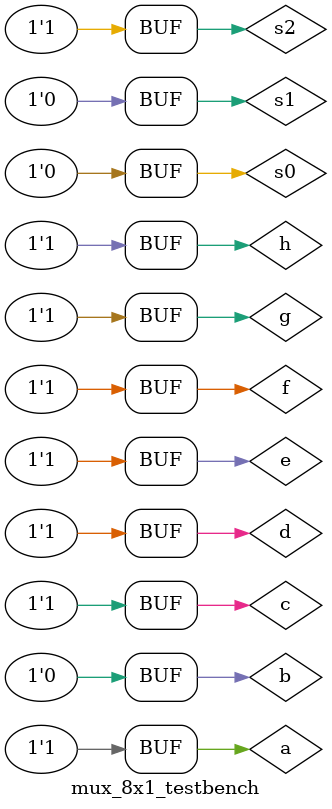
<source format=v>
`define DELAY 20
module mux_8x1_testbench();


reg a, b, c, d, e, f, g, h, s0, s1, s2;
wire returnVal;

mux_8x1 myMux(a, b, c, d, e, f, g, h, s0, s1, s2, returnVal);

initial begin

//a = 1'b1; b = 1'b0; c = 1'b0; d = 1'b0; e = 1'b0; f = 1'b0; g = 1'b0; h = 1'b0; 
//s0 = 1'b0; s1 = 1'b0; s2 = 1'b0;
//#`DELAY;

a = 1'b1; b = 1'b1; c = 1'b1; d = 1'b1; e = 1'b0; f = 1'b1; g = 1'b1; h = 1'b1; 
s0 = 1'b1; s1 = 1'b0; s2 = 1'b0;
#`DELAY;

a = 1'b1; b = 1'b0; c = 1'b1; d = 1'b1; e = 1'b1; f = 1'b1; g = 1'b1; h = 1'b1; 
s0 = 1'b0; s1 = 1'b0; s2 = 1'b0;
#`DELAY;

a = 1'b1; b = 1'b0; c = 1'b1; d = 1'b1; e = 1'b1; f = 1'b1; g = 1'b1; h = 1'b1; 
s0 = 1'b0; s1 = 1'b0; s2 = 1'b1;
#`DELAY;

a = 1'b0; b = 1'b0; c = 1'b1; d = 1'b0; e = 1'b0; f = 1'b0; g = 1'b0; h = 1'b0; 
s0 = 1'b0; s1 = 1'b1; s2 = 1'b0;
#`DELAY;

a = 1'b0; b = 1'b0; c = 1'b0; d = 1'b1; e = 1'b0; f = 1'b0; g = 1'b0; h = 1'b0; 
s0 = 1'b0; s1 = 1'b1; s2 = 1'b1;
#`DELAY;

a = 1'b1; b = 1'b0; c = 1'b1; d = 1'b1; e = 1'b0; f = 1'b1; g = 1'b1; h = 1'b1; 
s0 = 1'b1; s1 = 1'b0; s2 = 1'b0;
#`DELAY;

a = 1'b1; b = 1'b0; c = 1'b1; d = 1'b1; e = 1'b1; f = 1'b1; g = 1'b1; h = 1'b1; 
s0 = 1'b1; s1 = 1'b0; s2 = 1'b1;
#`DELAY;

a = 1'b1; b = 1'b0; c = 1'b1; d = 1'b1; e = 1'b1; f = 1'b1; g = 1'b1; h = 1'b1; 
s0 = 1'b1; s1 = 1'b1; s2 = 1'b0;
#`DELAY;

a = 1'b1; b = 1'b0; c = 1'b1; d = 1'b1; e = 1'b1; f = 1'b1; g = 1'b1; h = 1'b1; 
s0 = 1'b0; s1 = 1'b0; s2 = 1'b1;
#`DELAY;


end


initial begin

$monitor("time = %2d, a =%1b, b=%1b, c =%1b, d=%1b, e =%1b, f=%1b, g =%1b, h=%1b, s0=%1b, s1=%1b, s2=%1b returnVal=%1b", $time, a, b, c, d, e, f, g, h, s0, s1, s2, returnVal);
end


endmodule

</source>
